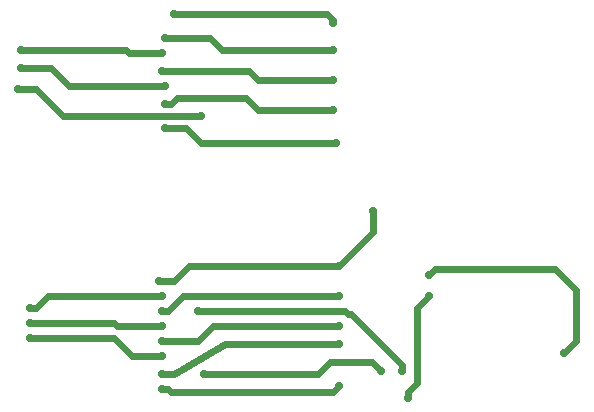
<source format=gbl>
G04 #@! TF.GenerationSoftware,KiCad,Pcbnew,5.1.5-52549c5~86~ubuntu18.04.1*
G04 #@! TF.CreationDate,2020-12-07T21:37:36-08:00*
G04 #@! TF.ProjectId,Atmel_Adapter_rev01,41746d65-6c5f-4416-9461-707465725f72,rev?*
G04 #@! TF.SameCoordinates,Original*
G04 #@! TF.FileFunction,Copper,L2,Bot*
G04 #@! TF.FilePolarity,Positive*
%FSLAX46Y46*%
G04 Gerber Fmt 4.6, Leading zero omitted, Abs format (unit mm)*
G04 Created by KiCad (PCBNEW 5.1.5-52549c5~86~ubuntu18.04.1) date 2020-12-07 21:37:36*
%MOMM*%
%LPD*%
G04 APERTURE LIST*
%ADD10C,0.700000*%
%ADD11C,0.600000*%
G04 APERTURE END LIST*
D10*
X119380000Y-73914000D03*
X133604000Y-74422000D03*
X119380000Y-75946000D03*
X133858000Y-77216000D03*
X106934000Y-72644000D03*
X122428000Y-74930000D03*
X107188000Y-69342000D03*
X119126000Y-69596000D03*
X107188000Y-70866000D03*
X119380000Y-72390000D03*
X119126000Y-71120000D03*
X133604000Y-71882000D03*
X119380000Y-68326000D03*
X133604000Y-69342000D03*
X120142000Y-66294000D03*
X133604000Y-67056000D03*
X118872000Y-88900000D03*
X134112000Y-87630000D03*
X137000000Y-83000000D03*
X119126000Y-91440000D03*
X134112000Y-90170000D03*
X141732000Y-88392000D03*
X153162000Y-94996000D03*
X119126000Y-93980000D03*
X134112000Y-92710000D03*
X107950000Y-92456000D03*
X119126000Y-92710000D03*
X139446000Y-96520000D03*
X122174000Y-91440000D03*
X107950000Y-91186000D03*
X119126000Y-90170000D03*
X107950000Y-93726000D03*
X119126000Y-95250000D03*
X137668000Y-96520000D03*
X122682000Y-96774000D03*
X139954000Y-98806000D03*
X141732000Y-90170000D03*
X119126000Y-98044000D03*
X134112000Y-97790000D03*
X119126000Y-96774000D03*
X134112000Y-94234000D03*
D11*
X119874974Y-73914000D02*
X120382974Y-73406000D01*
X119380000Y-73914000D02*
X119874974Y-73914000D01*
X120382974Y-73406000D02*
X126238000Y-73406000D01*
X126238000Y-73406000D02*
X127254000Y-74422000D01*
X127254000Y-74422000D02*
X133604000Y-74422000D01*
X119380000Y-75946000D02*
X121158000Y-75946000D01*
X121158000Y-75946000D02*
X122428000Y-77216000D01*
X122428000Y-77216000D02*
X133858000Y-77216000D01*
X108458000Y-72644000D02*
X106934000Y-72644000D01*
X110744000Y-74930000D02*
X108458000Y-72644000D01*
X122428000Y-74930000D02*
X110744000Y-74930000D01*
X107188000Y-69342000D02*
X116078000Y-69342000D01*
X116078000Y-69342000D02*
X116332000Y-69596000D01*
X116332000Y-69596000D02*
X119126000Y-69596000D01*
X107188000Y-70866000D02*
X109728000Y-70866000D01*
X109728000Y-70866000D02*
X111252000Y-72390000D01*
X111252000Y-72390000D02*
X119380000Y-72390000D01*
X119126000Y-71120000D02*
X119620974Y-71120000D01*
X119620974Y-71120000D02*
X126492000Y-71120000D01*
X126492000Y-71120000D02*
X127254000Y-71882000D01*
X127254000Y-71882000D02*
X133604000Y-71882000D01*
X119380000Y-68326000D02*
X123190000Y-68326000D01*
X123190000Y-68326000D02*
X124206000Y-69342000D01*
X124206000Y-69342000D02*
X133604000Y-69342000D01*
X120142000Y-66294000D02*
X133096000Y-66294000D01*
X133096000Y-66294000D02*
X133604000Y-66802000D01*
X133604000Y-66802000D02*
X133604000Y-67056000D01*
X118872000Y-88900000D02*
X120142000Y-88900000D01*
X120142000Y-88900000D02*
X121412000Y-87630000D01*
X121412000Y-87630000D02*
X134112000Y-87630000D01*
X137000000Y-84742000D02*
X134112000Y-87630000D01*
X137000000Y-83000000D02*
X137000000Y-84742000D01*
X119620974Y-91440000D02*
X120890974Y-90170000D01*
X119126000Y-91440000D02*
X119620974Y-91440000D01*
X120890974Y-90170000D02*
X134112000Y-90170000D01*
X141732000Y-88392000D02*
X142240000Y-87884000D01*
X142240000Y-87884000D02*
X152400000Y-87884000D01*
X152400000Y-87884000D02*
X154178000Y-89662000D01*
X154178000Y-89662000D02*
X154178000Y-93980000D01*
X154178000Y-93980000D02*
X153162000Y-94996000D01*
X119126000Y-93980000D02*
X122174000Y-93980000D01*
X122174000Y-93980000D02*
X123444000Y-92710000D01*
X123444000Y-92710000D02*
X134112000Y-92710000D01*
X107950000Y-92456000D02*
X115062000Y-92456000D01*
X115062000Y-92456000D02*
X115316000Y-92710000D01*
X115316000Y-92710000D02*
X119126000Y-92710000D01*
X139446000Y-96025026D02*
X135128000Y-91707026D01*
X139446000Y-96520000D02*
X139446000Y-96025026D01*
X135128000Y-91707026D02*
X134887026Y-91707026D01*
X134887026Y-91707026D02*
X134620000Y-91440000D01*
X134620000Y-91440000D02*
X122174000Y-91440000D01*
X108444974Y-91186000D02*
X109460974Y-90170000D01*
X107950000Y-91186000D02*
X108444974Y-91186000D01*
X109460974Y-90170000D02*
X119126000Y-90170000D01*
X107950000Y-93726000D02*
X115062000Y-93726000D01*
X115062000Y-93726000D02*
X116586000Y-95250000D01*
X116586000Y-95250000D02*
X119126000Y-95250000D01*
X122682000Y-96774000D02*
X132334000Y-96774000D01*
X132334000Y-96774000D02*
X133350000Y-95758000D01*
X136906000Y-95758000D02*
X137668000Y-96520000D01*
X133350000Y-95758000D02*
X136906000Y-95758000D01*
X139954000Y-98311026D02*
X140716000Y-97549026D01*
X139954000Y-98806000D02*
X139954000Y-98311026D01*
X140716000Y-97549026D02*
X140716000Y-91186000D01*
X140716000Y-91186000D02*
X141732000Y-90170000D01*
X119620974Y-98044000D02*
X119874974Y-98298000D01*
X119126000Y-98044000D02*
X119620974Y-98044000D01*
X119874974Y-98298000D02*
X133604000Y-98298000D01*
X133604000Y-98298000D02*
X134112000Y-97790000D01*
X120142000Y-96774000D02*
X119126000Y-96774000D01*
X134112000Y-94234000D02*
X124460000Y-94234000D01*
X124460000Y-94234000D02*
X120142000Y-96774000D01*
M02*

</source>
